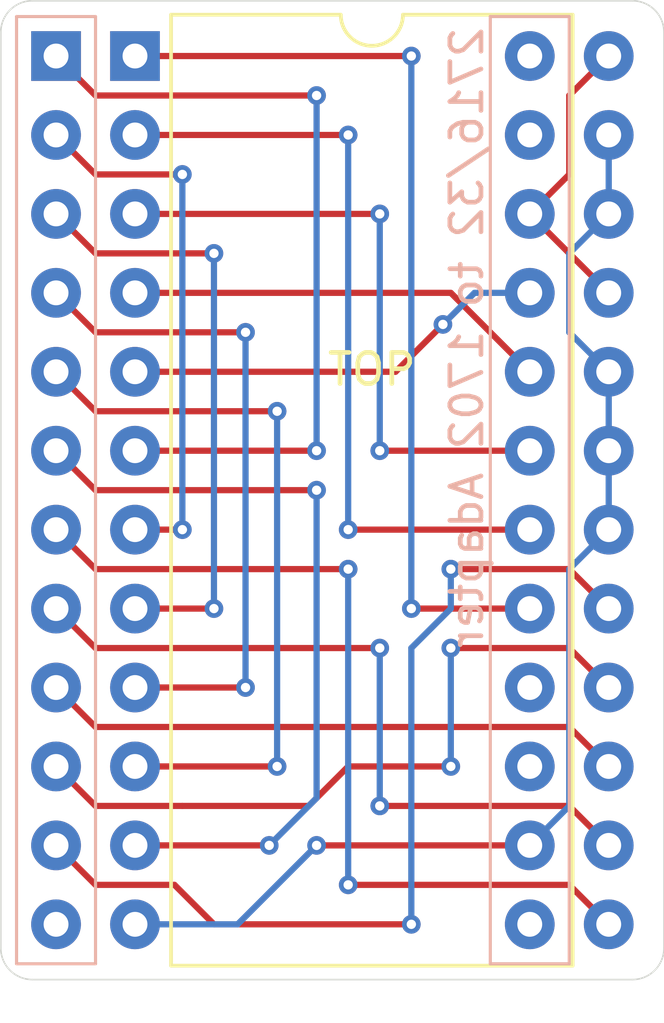
<source format=kicad_pcb>
(kicad_pcb (version 20221018) (generator pcbnew)
  (layers (0 "F.Cu" signal) (31 "B.Cu" signal) (34 "B.Paste" user) (35 "F.Paste" user) (36 "B.SilkS" user "B.Silkscreen") (37 "F.SilkS" user "F.Silkscreen") (38 "B.Mask" user) (39 "F.Mask" user) (44 "Edge.Cuts" user))
  (net 0 "")
  (net 1 "/A7")
  (net 2 "/A6")
  (net 3 "/A5")
  (net 4 "/A4")
  (net 5 "/A3")
  (net 6 "/A2")
  (net 7 "/A1")
  (net 8 "/A0")
  (net 9 "/D0")
  (net 10 "/D1")
  (net 11 "/D2")
  (net 12 "GND")
  (net 13 "/D3")
  (net 14 "/D4")
  (net 15 "/D5")
  (net 16 "/D6")
  (net 17 "/D7")
  (net 18 "+5V")
  (footprint "Package_DIP:DIP-24_W15.24mm" (layer "F.Cu") (at 2.54 0)
    (fp_text reference "U1" hide)
    (fp_text value "2716")
    (fp_line (start 1.16 -1.33) (end 1.16 29.27) (stroke (width 0.12)) (layer "F.SilkS"))
    (fp_line (start 1.16 29.27) (end 14.08 29.27) (stroke (width 0.12)) (layer "F.SilkS"))
    (fp_line (start 6.62 -1.33) (end 1.16 -1.33) (stroke (width 0.12)) (layer "F.SilkS"))
    (fp_line (start 14.08 -1.33) (end 8.62 -1.33) (stroke (width 0.12)) (layer "F.SilkS"))
    (fp_line (start 14.08 29.27) (end 14.08 -1.33) (stroke (width 0.12)) (layer "F.SilkS"))
    (fp_arc (start 8.62 -1.33) (mid 7.62 -0.33) (end 6.62 -1.33) (stroke (width 0.12)) (layer "F.SilkS"))
    (pad "1" thru_hole rect (at 0 0) (size 1.6 1.6) (drill 0.8) (layers "*.Cu" "*.Mask") (net 1 "/A7"))
    (pad "2" thru_hole oval (at 0 2.54) (size 1.6 1.6) (drill 0.8) (layers "*.Cu" "*.Mask") (net 2 "/A6"))
    (pad "3" thru_hole oval (at 0 5.08) (size 1.6 1.6) (drill 0.8) (layers "*.Cu" "*.Mask") (net 3 "/A5"))
    (pad "4" thru_hole oval (at 0 7.62) (size 1.6 1.6) (drill 0.8) (layers "*.Cu" "*.Mask") (net 4 "/A4"))
    (pad "5" thru_hole oval (at 0 10.16) (size 1.6 1.6) (drill 0.8) (layers "*.Cu" "*.Mask") (net 5 "/A3"))
    (pad "6" thru_hole oval (at 0 12.7) (size 1.6 1.6) (drill 0.8) (layers "*.Cu" "*.Mask") (net 6 "/A2"))
    (pad "7" thru_hole oval (at 0 15.24) (size 1.6 1.6) (drill 0.8) (layers "*.Cu" "*.Mask") (net 7 "/A1"))
    (pad "8" thru_hole oval (at 0 17.78) (size 1.6 1.6) (drill 0.8) (layers "*.Cu" "*.Mask") (net 8 "/A0"))
    (pad "9" thru_hole oval (at 0 20.32) (size 1.6 1.6) (drill 0.8) (layers "*.Cu" "*.Mask") (net 9 "/D0"))
    (pad "10" thru_hole oval (at 0 22.86) (size 1.6 1.6) (drill 0.8) (layers "*.Cu" "*.Mask") (net 10 "/D1"))
    (pad "11" thru_hole oval (at 0 25.4) (size 1.6 1.6) (drill 0.8) (layers "*.Cu" "*.Mask") (net 11 "/D2"))
    (pad "12" thru_hole oval (at 0 27.94) (size 1.6 1.6) (drill 0.8) (layers "*.Cu" "*.Mask") (net 12 "GND"))
    (pad "13" thru_hole oval (at 15.24 27.94) (size 1.6 1.6) (drill 0.8) (layers "*.Cu" "*.Mask") (net 13 "/D3"))
    (pad "14" thru_hole oval (at 15.24 25.4) (size 1.6 1.6) (drill 0.8) (layers "*.Cu" "*.Mask") (net 14 "/D4"))
    (pad "15" thru_hole oval (at 15.24 22.86) (size 1.6 1.6) (drill 0.8) (layers "*.Cu" "*.Mask") (net 15 "/D5"))
    (pad "16" thru_hole oval (at 15.24 20.32) (size 1.6 1.6) (drill 0.8) (layers "*.Cu" "*.Mask") (net 16 "/D6"))
    (pad "17" thru_hole oval (at 15.24 17.78) (size 1.6 1.6) (drill 0.8) (layers "*.Cu" "*.Mask") (net 17 "/D7"))
    (pad "18" thru_hole oval (at 15.24 15.24) (size 1.6 1.6) (drill 0.8) (layers "*.Cu" "*.Mask") (net 12 "GND"))
    (pad "19" thru_hole oval (at 15.24 12.7) (size 1.6 1.6) (drill 0.8) (layers "*.Cu" "*.Mask") (net 12 "GND"))
    (pad "20" thru_hole oval (at 15.24 10.16) (size 1.6 1.6) (drill 0.8) (layers "*.Cu" "*.Mask") (net 12 "GND"))
    (pad "21" thru_hole oval (at 15.24 7.62) (size 1.6 1.6) (drill 0.8) (layers "*.Cu" "*.Mask") (net 18 "+5V"))
    (pad "22" thru_hole oval (at 15.24 5.08) (size 1.6 1.6) (drill 0.8) (layers "*.Cu" "*.Mask") (net 12 "GND"))
    (pad "23" thru_hole oval (at 15.24 2.54) (size 1.6 1.6) (drill 0.8) (layers "*.Cu" "*.Mask") (net 12 "GND"))
    (pad "24" thru_hole oval (at 15.24 0) (size 1.6 1.6) (drill 0.8) (layers "*.Cu" "*.Mask") (net 18 "+5V"))
  )
  (footprint "Package_DIP:DIP-24_W15.24mm" (layer "F.Cu") (at 0 0)
    (fp_text reference "U2" hide)
    (fp_text value "1702")
    (pad "1" thru_hole rect (at 0 0) (size 1.6 1.6) (drill 0.8) (layers "*.Cu" "*.Mask") (net 6 "/A2"))
    (pad "2" thru_hole oval (at 0 2.54) (size 1.6 1.6) (drill 0.8) (layers "*.Cu" "*.Mask") (net 7 "/A1"))
    (pad "3" thru_hole oval (at 0 5.08) (size 1.6 1.6) (drill 0.8) (layers "*.Cu" "*.Mask") (net 8 "/A0"))
    (pad "4" thru_hole oval (at 0 7.62) (size 1.6 1.6) (drill 0.8) (layers "*.Cu" "*.Mask") (net 9 "/D0"))
    (pad "5" thru_hole oval (at 0 10.16) (size 1.6 1.6) (drill 0.8) (layers "*.Cu" "*.Mask") (net 10 "/D1"))
    (pad "6" thru_hole oval (at 0 12.7) (size 1.6 1.6) (drill 0.8) (layers "*.Cu" "*.Mask") (net 11 "/D2"))
    (pad "7" thru_hole oval (at 0 15.24) (size 1.6 1.6) (drill 0.8) (layers "*.Cu" "*.Mask") (net 13 "/D3"))
    (pad "8" thru_hole oval (at 0 17.78) (size 1.6 1.6) (drill 0.8) (layers "*.Cu" "*.Mask") (net 14 "/D4"))
    (pad "9" thru_hole oval (at 0 20.32) (size 1.6 1.6) (drill 0.8) (layers "*.Cu" "*.Mask") (net 15 "/D5"))
    (pad "10" thru_hole oval (at 0 22.86) (size 1.6 1.6) (drill 0.8) (layers "*.Cu" "*.Mask") (net 16 "/D6"))
    (pad "11" thru_hole oval (at 0 25.4) (size 1.6 1.6) (drill 0.8) (layers "*.Cu" "*.Mask") (net 17 "/D7"))
    (pad "12" thru_hole oval (at 0 27.94) (size 1.6 1.6) (drill 0.8) (layers "*.Cu" "*.Mask"))
    (pad "13" thru_hole oval (at 15.24 27.94) (size 1.6 1.6) (drill 0.8) (layers "*.Cu" "*.Mask"))
    (pad "14" thru_hole oval (at 15.24 25.4) (size 1.6 1.6) (drill 0.8) (layers "*.Cu" "*.Mask") (net 12 "GND"))
    (pad "15" thru_hole oval (at 15.24 22.86) (size 1.6 1.6) (drill 0.8) (layers "*.Cu" "*.Mask"))
    (pad "16" thru_hole oval (at 15.24 20.32) (size 1.6 1.6) (drill 0.8) (layers "*.Cu" "*.Mask"))
    (pad "17" thru_hole oval (at 15.24 17.78) (size 1.6 1.6) (drill 0.8) (layers "*.Cu" "*.Mask") (net 1 "/A7"))
    (pad "18" thru_hole oval (at 15.24 15.24) (size 1.6 1.6) (drill 0.8) (layers "*.Cu" "*.Mask") (net 2 "/A6"))
    (pad "19" thru_hole oval (at 15.24 12.7) (size 1.6 1.6) (drill 0.8) (layers "*.Cu" "*.Mask") (net 3 "/A5"))
    (pad "20" thru_hole oval (at 15.24 10.16) (size 1.6 1.6) (drill 0.8) (layers "*.Cu" "*.Mask") (net 4 "/A4"))
    (pad "21" thru_hole oval (at 15.24 7.62) (size 1.6 1.6) (drill 0.8) (layers "*.Cu" "*.Mask") (net 5 "/A3"))
    (pad "22" thru_hole oval (at 15.24 5.08) (size 1.6 1.6) (drill 0.8) (layers "*.Cu" "*.Mask") (net 18 "+5V"))
    (pad "23" thru_hole oval (at 15.24 2.54) (size 1.6 1.6) (drill 0.8) (layers "*.Cu" "*.Mask"))
    (pad "24" thru_hole oval (at 15.24 0) (size 1.6 1.6) (drill 0.8) (layers "*.Cu" "*.Mask"))
  )
  (gr_line (start -1.27 -1.27) (end -1.27 29.21) (stroke (width 0.1)) (layer "B.SilkS"))
  (gr_line (start 13.97 29.21) (end 13.97 -1.27) (stroke (width 0.1)) (layer "B.SilkS"))
  (gr_line (start 1.27 29.21) (end -1.27 29.21) (stroke (width 0.1)) (layer "B.SilkS"))
  (gr_line (start 1.27 -1.27) (end -1.27 -1.27) (stroke (width 0.1)) (layer "B.SilkS"))
  (gr_line (start 1.27 -1.27) (end 1.27 29.21) (stroke (width 0.1)) (layer "B.SilkS"))
  (gr_line (start 16.51 -1.27) (end 16.51 29.21) (stroke (width 0.1)) (layer "B.SilkS"))
  (gr_line (start 16.51 29.21) (end 13.97 29.21) (stroke (width 0.1)) (layer "B.SilkS"))
  (gr_line (start 13.97 -1.27) (end 16.51 -1.27) (stroke (width 0.1)) (layer "B.SilkS"))
  (gr_line (start -1.778 -0.762) (end -1.778 28.702) (stroke (width 0.05)) (layer "Edge.Cuts"))
  (gr_arc (start 18.542002 -1.778002) (mid 19.260422 -1.480422) (end 19.558002 -0.762002) (stroke (width 0.05)) (layer "Edge.Cuts"))
  (gr_arc (start -1.778 -0.762) (mid -1.48042 -1.48042) (end -0.762 -1.778) (stroke (width 0.05)) (layer "Edge.Cuts"))
  (gr_arc (start 19.558002 28.702) (mid 19.260422 29.42042) (end 18.542002 29.718) (stroke (width 0.05)) (layer "Edge.Cuts"))
  (gr_line (start 19.558002 28.702) (end 19.558 -0.762) (stroke (width 0.05)) (layer "Edge.Cuts"))
  (gr_arc (start -0.762 29.718) (mid -1.48042 29.42042) (end -1.778 28.702) (stroke (width 0.05)) (layer "Edge.Cuts"))
  (gr_line (start 18.542 -1.778) (end -0.762 -1.778) (stroke (width 0.05)) (layer "Edge.Cuts"))
  (gr_line (start -0.762 29.718) (end 18.542002 29.718) (stroke (width 0.05)) (layer "Edge.Cuts"))
  (gr_text "2716/32 to 1702 Adapter" (at 13.8 -1.016 90) (layer "B.SilkS") (effects (font (size 1 1)) (justify left bottom mirror)))
  (gr_text "TOP" (at 10.16 10.668) (layer "F.SilkS") (effects (font (size 1 1)) (justify bottom)))
  (segment (start 11.43 17.78) (end 15.24 17.78) (width 0.2) (layer "F.Cu") (net 1))
  (segment (start 2.54 0) (end 11.43 0) (width 0.2) (layer "F.Cu") (net 1))
  (via (at 11.43 17.78) (size 0.6) (drill 0.3) (layers "F.Cu" "B.Cu") (net 1))
  (via (at 11.43 0) (size 0.6) (drill 0.3) (layers "F.Cu" "B.Cu") (net 1))
  (segment (start 11.43 17.78) (end 11.43 0) (width 0.2) (layer "B.Cu") (net 1))
  (segment (start 9.398 15.24) (end 15.24 15.24) (width 0.2) (layer "F.Cu") (net 2))
  (segment (start 2.54 2.54) (end 9.398 2.54) (width 0.2) (layer "F.Cu") (net 2))
  (via (at 9.398 2.54) (size 0.6) (drill 0.3) (layers "F.Cu" "B.Cu") (net 2))
  (via (at 9.398 15.24) (size 0.6) (drill 0.3) (layers "F.Cu" "B.Cu") (net 2))
  (segment (start 9.398 2.54) (end 9.398 15.24) (width 0.2) (layer "B.Cu") (net 2))
  (segment (start 2.54 5.08) (end 10.414 5.08) (width 0.2) (layer "F.Cu") (net 3))
  (segment (start 10.414 12.7) (end 15.24 12.7) (width 0.2) (layer "F.Cu") (net 3))
  (via (at 10.414 5.08) (size 0.6) (drill 0.3) (layers "F.Cu" "B.Cu") (net 3))
  (via (at 10.414 12.7) (size 0.6) (drill 0.3) (layers "F.Cu" "B.Cu") (net 3))
  (segment (start 10.414 12.7) (end 10.414 5.08) (width 0.2) (layer "B.Cu") (net 3))
  (segment (start 12.7 7.62) (end 15.24 10.16) (width 0.2) (layer "F.Cu") (net 4))
  (segment (start 2.54 7.62) (end 12.7 7.62) (width 0.2) (layer "F.Cu") (net 4))
  (segment (start 10.922 10.16) (end 12.446 8.636) (width 0.2) (layer "F.Cu") (net 5))
  (segment (start 2.54 10.16) (end 10.922 10.16) (width 0.2) (layer "F.Cu") (net 5))
  (via (at 12.446 8.636) (size 0.6) (drill 0.3) (layers "F.Cu" "B.Cu") (net 5))
  (segment (start 12.446 8.636) (end 13.462 7.62) (width 0.2) (layer "B.Cu") (net 5))
  (segment (start 13.462 7.62) (end 15.24 7.62) (width 0.2) (layer "B.Cu") (net 5))
  (segment (start 1.27 1.27) (end 0 0) (width 0.2) (layer "F.Cu") (net 6))
  (segment (start 8.382 12.7) (end 2.54 12.7) (width 0.2) (layer "F.Cu") (net 6))
  (segment (start 8.382 1.27) (end 1.27 1.27) (width 0.2) (layer "F.Cu") (net 6))
  (via (at 8.382 1.27) (size 0.6) (drill 0.3) (layers "F.Cu" "B.Cu") (net 6))
  (via (at 8.382 12.7) (size 0.6) (drill 0.3) (layers "F.Cu" "B.Cu") (net 6))
  (segment (start 8.382 1.27) (end 8.382 12.7) (width 0.2) (layer "B.Cu") (net 6))
  (segment (start 1.27 3.81) (end 4.064 3.81) (width 0.2) (layer "F.Cu") (net 7))
  (segment (start 4.064 15.24) (end 2.54 15.24) (width 0.2) (layer "F.Cu") (net 7))
  (segment (start 0 2.54) (end 1.27 3.81) (width 0.2) (layer "F.Cu") (net 7))
  (via (at 4.064 3.81) (size 0.6) (drill 0.3) (layers "F.Cu" "B.Cu") (net 7))
  (via (at 4.064 15.24) (size 0.6) (drill 0.3) (layers "F.Cu" "B.Cu") (net 7))
  (segment (start 4.064 3.81) (end 4.064 15.24) (width 0.2) (layer "B.Cu") (net 7))
  (segment (start 5.08 17.78) (end 2.54 17.78) (width 0.2) (layer "F.Cu") (net 8))
  (segment (start 0 5.08) (end 1.27 6.35) (width 0.2) (layer "F.Cu") (net 8))
  (segment (start 1.27 6.35) (end 5.08 6.35) (width 0.2) (layer "F.Cu") (net 8))
  (via (at 5.08 17.78) (size 0.6) (drill 0.3) (layers "F.Cu" "B.Cu") (net 8))
  (via (at 5.08 6.35) (size 0.6) (drill 0.3) (layers "F.Cu" "B.Cu") (net 8))
  (segment (start 5.08 6.35) (end 5.08 17.78) (width 0.2) (layer "B.Cu") (net 8))
  (segment (start 1.27 8.89) (end 6.096 8.89) (width 0.2) (layer "F.Cu") (net 9))
  (segment (start 0 7.62) (end 1.27 8.89) (width 0.2) (layer "F.Cu") (net 9))
  (segment (start 6.096 20.32) (end 2.54 20.32) (width 0.2) (layer "F.Cu") (net 9))
  (via (at 6.096 8.89) (size 0.6) (drill 0.3) (layers "F.Cu" "B.Cu") (net 9))
  (via (at 6.096 20.32) (size 0.6) (drill 0.3) (layers "F.Cu" "B.Cu") (net 9))
  (segment (start 6.096 8.89) (end 6.096 20.32) (width 0.2) (layer "B.Cu") (net 9))
  (segment (start 1.27 11.43) (end 7.112 11.43) (width 0.2) (layer "F.Cu") (net 10))
  (segment (start 7.112 22.86) (end 2.54 22.86) (width 0.2) (layer "F.Cu") (net 10))
  (segment (start 0 10.16) (end 1.27 11.43) (width 0.2) (layer "F.Cu") (net 10))
  (via (at 7.112 11.43) (size 0.6) (drill 0.3) (layers "F.Cu" "B.Cu") (net 10))
  (via (at 7.112 22.86) (size 0.6) (drill 0.3) (layers "F.Cu" "B.Cu") (net 10))
  (segment (start 7.112 11.43) (end 7.112 22.86) (width 0.2) (layer "B.Cu") (net 10))
  (segment (start 6.858 25.4) (end 2.54 25.4) (width 0.2) (layer "F.Cu") (net 11))
  (segment (start 8.382 13.97) (end 1.27 13.97) (width 0.2) (layer "F.Cu") (net 11))
  (segment (start 1.27 13.97) (end 0 12.7) (width 0.2) (layer "F.Cu") (net 11))
  (via (at 8.382 13.97) (size 0.6) (drill 0.3) (layers "F.Cu" "B.Cu") (net 11))
  (via (at 6.858 25.4) (size 0.6) (drill 0.3) (layers "F.Cu" "B.Cu") (net 11))
  (segment (start 8.382 23.876) (end 6.858 25.4) (width 0.2) (layer "B.Cu") (net 11))
  (segment (start 8.382 13.97) (end 8.382 23.876) (width 0.2) (layer "B.Cu") (net 11))
  (segment (start 15.24 25.4) (end 8.382 25.4) (width 0.2) (layer "F.Cu") (net 12))
  (via (at 8.382 25.4) (size 0.6) (drill 0.3) (layers "F.Cu" "B.Cu") (net 12))
  (segment (start 16.51 24.13) (end 15.24 25.4) (width 0.2) (layer "B.Cu") (net 12))
  (segment (start 16.51 6.35) (end 16.51 8.89) (width 0.2) (layer "B.Cu") (net 12))
  (segment (start 17.78 12.7) (end 17.78 15.24) (width 0.2) (layer "B.Cu") (net 12))
  (segment (start 17.78 15.24) (end 16.51 16.51) (width 0.2) (layer "B.Cu") (net 12))
  (segment (start 16.51 16.51) (end 16.51 24.13) (width 0.2) (layer "B.Cu") (net 12))
  (segment (start 17.78 2.54) (end 17.78 5.08) (width 0.2) (layer "B.Cu") (net 12))
  (segment (start 5.842 27.94) (end 8.382 25.4) (width 0.2) (layer "B.Cu") (net 12))
  (segment (start 16.51 8.89) (end 17.78 10.16) (width 0.2) (layer "B.Cu") (net 12))
  (segment (start 17.78 10.16) (end 17.78 12.7) (width 0.2) (layer "B.Cu") (net 12))
  (segment (start 17.78 5.08) (end 16.51 6.35) (width 0.2) (layer "B.Cu") (net 12))
  (segment (start 2.54 27.94) (end 5.842 27.94) (width 0.2) (layer "B.Cu") (net 12))
  (segment (start 16.51 26.67) (end 17.78 27.94) (width 0.2) (layer "F.Cu") (net 13))
  (segment (start 1.27 16.51) (end 9.398 16.51) (width 0.2) (layer "F.Cu") (net 13))
  (segment (start 0 15.24) (end 1.27 16.51) (width 0.2) (layer "F.Cu") (net 13))
  (segment (start 9.398 26.67) (end 16.51 26.67) (width 0.2) (layer "F.Cu") (net 13))
  (via (at 9.398 26.67) (size 0.6) (drill 0.3) (layers "F.Cu" "B.Cu") (net 13))
  (via (at 9.398 16.51) (size 0.6) (drill 0.3) (layers "F.Cu" "B.Cu") (net 13))
  (segment (start 9.398 26.67) (end 9.398 16.51) (width 0.2) (layer "B.Cu") (net 13))
  (segment (start 16.51 24.13) (end 17.78 25.4) (width 0.2) (layer "F.Cu") (net 14))
  (segment (start 10.414 24.13) (end 16.51 24.13) (width 0.2) (layer "F.Cu") (net 14))
  (segment (start 0 17.78) (end 1.27 19.05) (width 0.2) (layer "F.Cu") (net 14))
  (segment (start 1.27 19.05) (end 10.414 19.05) (width 0.2) (layer "F.Cu") (net 14))
  (via (at 10.414 19.05) (size 0.6) (drill 0.3) (layers "F.Cu" "B.Cu") (net 14))
  (via (at 10.414 24.13) (size 0.6) (drill 0.3) (layers "F.Cu" "B.Cu") (net 14))
  (segment (start 10.414 19.05) (end 10.414 24.13) (width 0.2) (layer "B.Cu") (net 14))
  (segment (start 16.51 21.59) (end 17.78 22.86) (width 0.2) (layer "F.Cu") (net 15))
  (segment (start 1.27 21.59) (end 16.51 21.59) (width 0.2) (layer "F.Cu") (net 15))
  (segment (start 0 20.32) (end 1.27 21.59) (width 0.2) (layer "F.Cu") (net 15))
  (segment (start 16.51 19.05) (end 17.78 20.32) (width 0.2) (layer "F.Cu") (net 16))
  (segment (start 4.064 24.13) (end 8.128 24.13) (width 0.2) (layer "F.Cu") (net 16))
  (segment (start 8.128 24.13) (end 9.398 22.86) (width 0.2) (layer "F.Cu") (net 16))
  (segment (start 9.398 22.86) (end 12.7 22.86) (width 0.2) (layer "F.Cu") (net 16))
  (segment (start 12.7 19.05) (end 16.51 19.05) (width 0.2) (layer "F.Cu") (net 16))
  (segment (start 0 22.86) (end 1.27 24.13) (width 0.2) (layer "F.Cu") (net 16))
  (segment (start 1.27 24.13) (end 4.064 24.13) (width 0.2) (layer "F.Cu") (net 16))
  (via (at 12.7 19.05) (size 0.6) (drill 0.3) (layers "F.Cu" "B.Cu") (net 16))
  (via (at 12.7 22.86) (size 0.6) (drill 0.3) (layers "F.Cu" "B.Cu") (net 16))
  (segment (start 12.7 22.86) (end 12.7 19.05) (width 0.2) (layer "B.Cu") (net 16))
  (segment (start 3.81 26.67) (end 5.08 27.94) (width 0.2) (layer "F.Cu") (net 17))
  (segment (start 0 25.4) (end 1.27 26.67) (width 0.2) (layer "F.Cu") (net 17))
  (segment (start 1.27 26.67) (end 3.81 26.67) (width 0.2) (layer "F.Cu") (net 17))
  (segment (start 12.7 16.51) (end 16.51 16.51) (width 0.2) (layer "F.Cu") (net 17))
  (segment (start 5.08 27.94) (end 11.43 27.94) (width 0.2) (layer "F.Cu") (net 17))
  (segment (start 16.51 16.51) (end 17.78 17.78) (width 0.2) (layer "F.Cu") (net 17))
  (via (at 11.43 27.94) (size 0.6) (drill 0.3) (layers "F.Cu" "B.Cu") (net 17))
  (via (at 12.7 16.51) (size 0.6) (drill 0.3) (layers "F.Cu" "B.Cu") (net 17))
  (segment (start 11.43 19.05) (end 12.7 17.78) (width 0.2) (layer "B.Cu") (net 17))
  (segment (start 11.43 19.05) (end 11.43 27.94) (width 0.2) (layer "B.Cu") (net 17))
  (segment (start 12.7 17.78) (end 12.7 16.51) (width 0.2) (layer "B.Cu") (net 17))
  (segment (start 16.51 1.27) (end 16.51 3.81) (width 0.2) (layer "F.Cu") (net 18))
  (segment (start 16.51 3.81) (end 15.24 5.08) (width 0.2) (layer "F.Cu") (net 18))
  (segment (start 15.24 5.08) (end 17.78 7.62) (width 0.2) (layer "F.Cu") (net 18))
  (segment (start 17.78 0) (end 16.51 1.27) (width 0.2) (layer "F.Cu") (net 18))
)
</source>
